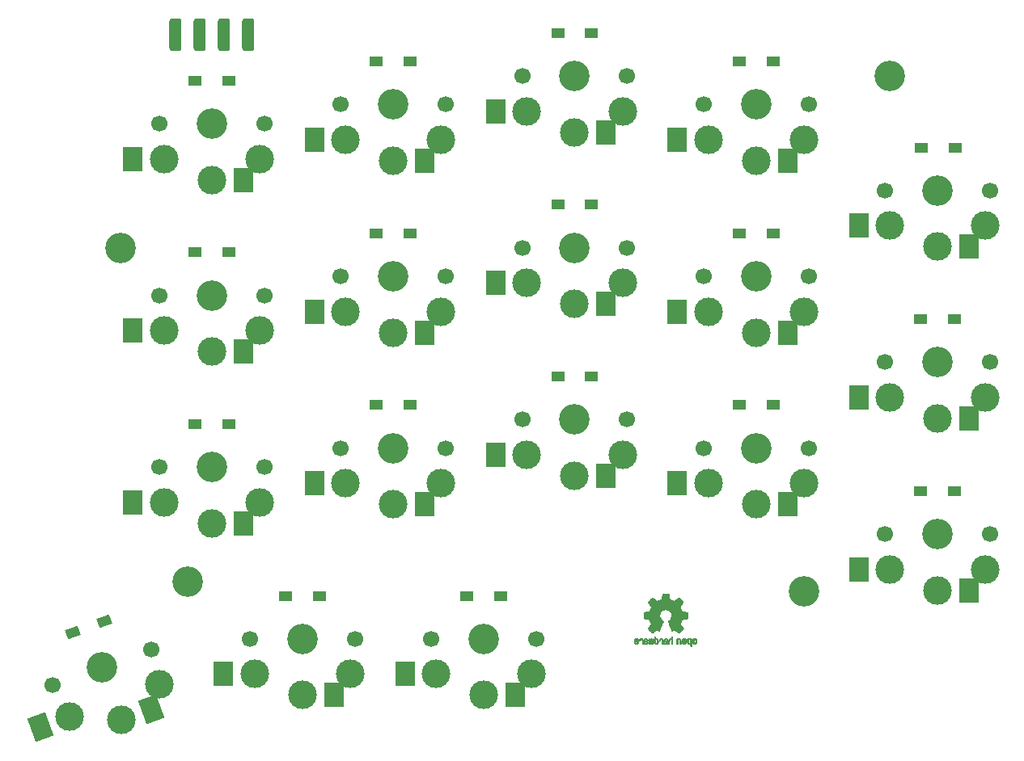
<source format=gbs>
%TF.GenerationSoftware,KiCad,Pcbnew,(7.0.0-0)*%
%TF.CreationDate,2023-03-13T10:37:30+08:00*%
%TF.ProjectId,Input,496e7075-742e-46b6-9963-61645f706362,1*%
%TF.SameCoordinates,PX7bfa480PY6052340*%
%TF.FileFunction,Soldermask,Bot*%
%TF.FilePolarity,Negative*%
%FSLAX46Y46*%
G04 Gerber Fmt 4.6, Leading zero omitted, Abs format (unit mm)*
G04 Created by KiCad (PCBNEW (7.0.0-0)) date 2023-03-13 10:37:30*
%MOMM*%
%LPD*%
G01*
G04 APERTURE LIST*
G04 Aperture macros list*
%AMRoundRect*
0 Rectangle with rounded corners*
0 $1 Rounding radius*
0 $2 $3 $4 $5 $6 $7 $8 $9 X,Y pos of 4 corners*
0 Add a 4 corners polygon primitive as box body*
4,1,4,$2,$3,$4,$5,$6,$7,$8,$9,$2,$3,0*
0 Add four circle primitives for the rounded corners*
1,1,$1+$1,$2,$3*
1,1,$1+$1,$4,$5*
1,1,$1+$1,$6,$7*
1,1,$1+$1,$8,$9*
0 Add four rect primitives between the rounded corners*
20,1,$1+$1,$2,$3,$4,$5,0*
20,1,$1+$1,$4,$5,$6,$7,0*
20,1,$1+$1,$6,$7,$8,$9,0*
20,1,$1+$1,$8,$9,$2,$3,0*%
%AMRotRect*
0 Rectangle, with rotation*
0 The origin of the aperture is its center*
0 $1 length*
0 $2 width*
0 $3 Rotation angle, in degrees counterclockwise*
0 Add horizontal line*
21,1,$1,$2,0,0,$3*%
G04 Aperture macros list end*
%ADD10C,0.010000*%
%ADD11C,3.000000*%
%ADD12C,3.200000*%
%ADD13RoundRect,0.317500X0.317500X1.397000X-0.317500X1.397000X-0.317500X-1.397000X0.317500X-1.397000X0*%
%ADD14C,1.700000*%
%ADD15R,2.000000X2.600000*%
%ADD16R,1.400000X1.000000*%
%ADD17RotRect,2.000000X2.600000X20.000000*%
%ADD18RotRect,1.400000X1.000000X200.000000*%
G04 APERTURE END LIST*
%TO.C,REF\u002A\u002A*%
G36*
X44982829Y-35951097D02*
G01*
X45042753Y-35973355D01*
X45067673Y-35990080D01*
X45092910Y-36014043D01*
X45110912Y-36044526D01*
X45122858Y-36086023D01*
X45129930Y-36143032D01*
X45133308Y-36220047D01*
X45134171Y-36321565D01*
X45134002Y-36374027D01*
X45133153Y-36445715D01*
X45131711Y-36502925D01*
X45129814Y-36540809D01*
X45127597Y-36554514D01*
X45113172Y-36549981D01*
X45084054Y-36537670D01*
X45083181Y-36537272D01*
X45068060Y-36529356D01*
X45057891Y-36518495D01*
X45051691Y-36499471D01*
X45048478Y-36467069D01*
X45047270Y-36416071D01*
X45047086Y-36341261D01*
X45046714Y-36293804D01*
X45042750Y-36204615D01*
X45033673Y-36139287D01*
X45018524Y-36094393D01*
X44996345Y-36066507D01*
X44966175Y-36052203D01*
X44961990Y-36051206D01*
X44905480Y-36050427D01*
X44861410Y-36075744D01*
X44830972Y-36126502D01*
X44825544Y-36141175D01*
X44813171Y-36173649D01*
X44806905Y-36188572D01*
X44794036Y-36186516D01*
X44765933Y-36175357D01*
X44739721Y-36156927D01*
X44727771Y-36122098D01*
X44731336Y-36097151D01*
X44753235Y-36046547D01*
X44788644Y-35999128D01*
X44830052Y-35966334D01*
X44847400Y-35958752D01*
X44913089Y-35946076D01*
X44982829Y-35951097D01*
G37*
D10*
X44982829Y-35951097D02*
X45042753Y-35973355D01*
X45067673Y-35990080D01*
X45092910Y-36014043D01*
X45110912Y-36044526D01*
X45122858Y-36086023D01*
X45129930Y-36143032D01*
X45133308Y-36220047D01*
X45134171Y-36321565D01*
X45134002Y-36374027D01*
X45133153Y-36445715D01*
X45131711Y-36502925D01*
X45129814Y-36540809D01*
X45127597Y-36554514D01*
X45113172Y-36549981D01*
X45084054Y-36537670D01*
X45083181Y-36537272D01*
X45068060Y-36529356D01*
X45057891Y-36518495D01*
X45051691Y-36499471D01*
X45048478Y-36467069D01*
X45047270Y-36416071D01*
X45047086Y-36341261D01*
X45046714Y-36293804D01*
X45042750Y-36204615D01*
X45033673Y-36139287D01*
X45018524Y-36094393D01*
X44996345Y-36066507D01*
X44966175Y-36052203D01*
X44961990Y-36051206D01*
X44905480Y-36050427D01*
X44861410Y-36075744D01*
X44830972Y-36126502D01*
X44825544Y-36141175D01*
X44813171Y-36173649D01*
X44806905Y-36188572D01*
X44794036Y-36186516D01*
X44765933Y-36175357D01*
X44739721Y-36156927D01*
X44727771Y-36122098D01*
X44731336Y-36097151D01*
X44753235Y-36046547D01*
X44788644Y-35999128D01*
X44830052Y-35966334D01*
X44847400Y-35958752D01*
X44913089Y-35946076D01*
X44982829Y-35951097D01*
G36*
X48931020Y-35917822D02*
G01*
X48998810Y-35949680D01*
X49054366Y-36004770D01*
X49065881Y-36022016D01*
X49075432Y-36041562D01*
X49082206Y-36066198D01*
X49086819Y-36100711D01*
X49089888Y-36149889D01*
X49092029Y-36218519D01*
X49093859Y-36311389D01*
X49098404Y-36569007D01*
X49060225Y-36554491D01*
X49025268Y-36541156D01*
X48999097Y-36528323D01*
X48982013Y-36511780D01*
X48972086Y-36486465D01*
X48967386Y-36447316D01*
X48965982Y-36389268D01*
X48965943Y-36307261D01*
X48965744Y-36241895D01*
X48964559Y-36179173D01*
X48961729Y-36136334D01*
X48956609Y-36108220D01*
X48948553Y-36089675D01*
X48936914Y-36075543D01*
X48908303Y-36055600D01*
X48860239Y-36048083D01*
X48812688Y-36067079D01*
X48809550Y-36069511D01*
X48799769Y-36080748D01*
X48792553Y-36098770D01*
X48787299Y-36128026D01*
X48783402Y-36172962D01*
X48780256Y-36238028D01*
X48777257Y-36327670D01*
X48770000Y-36567697D01*
X48708314Y-36540044D01*
X48646629Y-36512391D01*
X48646629Y-36293246D01*
X48646884Y-36233711D01*
X48649086Y-36150892D01*
X48654661Y-36089227D01*
X48664941Y-36043748D01*
X48681258Y-36009484D01*
X48704943Y-35981466D01*
X48737328Y-35954723D01*
X48783907Y-35927780D01*
X48857287Y-35910191D01*
X48931020Y-35917822D01*
G37*
X48931020Y-35917822D02*
X48998810Y-35949680D01*
X49054366Y-36004770D01*
X49065881Y-36022016D01*
X49075432Y-36041562D01*
X49082206Y-36066198D01*
X49086819Y-36100711D01*
X49089888Y-36149889D01*
X49092029Y-36218519D01*
X49093859Y-36311389D01*
X49098404Y-36569007D01*
X49060225Y-36554491D01*
X49025268Y-36541156D01*
X48999097Y-36528323D01*
X48982013Y-36511780D01*
X48972086Y-36486465D01*
X48967386Y-36447316D01*
X48965982Y-36389268D01*
X48965943Y-36307261D01*
X48965744Y-36241895D01*
X48964559Y-36179173D01*
X48961729Y-36136334D01*
X48956609Y-36108220D01*
X48948553Y-36089675D01*
X48936914Y-36075543D01*
X48908303Y-36055600D01*
X48860239Y-36048083D01*
X48812688Y-36067079D01*
X48809550Y-36069511D01*
X48799769Y-36080748D01*
X48792553Y-36098770D01*
X48787299Y-36128026D01*
X48783402Y-36172962D01*
X48780256Y-36238028D01*
X48777257Y-36327670D01*
X48770000Y-36567697D01*
X48708314Y-36540044D01*
X48646629Y-36512391D01*
X48646629Y-36293246D01*
X48646884Y-36233711D01*
X48649086Y-36150892D01*
X48654661Y-36089227D01*
X48664941Y-36043748D01*
X48681258Y-36009484D01*
X48704943Y-35981466D01*
X48737328Y-35954723D01*
X48783907Y-35927780D01*
X48857287Y-35910191D01*
X48931020Y-35917822D01*
G36*
X47107691Y-35966467D02*
G01*
X47112273Y-35969003D01*
X47149704Y-35998057D01*
X47183170Y-36035410D01*
X47189007Y-36043852D01*
X47200165Y-36063553D01*
X47208136Y-36086935D01*
X47213618Y-36119067D01*
X47217307Y-36165019D01*
X47219899Y-36229859D01*
X47222092Y-36318657D01*
X47222402Y-36333669D01*
X47223400Y-36430999D01*
X47221994Y-36499934D01*
X47218164Y-36540948D01*
X47211889Y-36554514D01*
X47192898Y-36550452D01*
X47160638Y-36538144D01*
X47153041Y-36534545D01*
X47141176Y-36526398D01*
X47132994Y-36513004D01*
X47127643Y-36489608D01*
X47124269Y-36451455D01*
X47122019Y-36393790D01*
X47120040Y-36311857D01*
X47119498Y-36287907D01*
X47117403Y-36212266D01*
X47114683Y-36159328D01*
X47110515Y-36124075D01*
X47104079Y-36101487D01*
X47094550Y-36086544D01*
X47081106Y-36074227D01*
X47041305Y-36052634D01*
X46992341Y-36048476D01*
X46948529Y-36064999D01*
X46917008Y-36099210D01*
X46904914Y-36148114D01*
X46904578Y-36161407D01*
X46897972Y-36185472D01*
X46878470Y-36189144D01*
X46840283Y-36174813D01*
X46831438Y-36170217D01*
X46807534Y-36143186D01*
X46807061Y-36102994D01*
X46829836Y-36047409D01*
X46850727Y-36017117D01*
X46904142Y-35974084D01*
X46970074Y-35949755D01*
X47040574Y-35946443D01*
X47107691Y-35966467D01*
G37*
X47107691Y-35966467D02*
X47112273Y-35969003D01*
X47149704Y-35998057D01*
X47183170Y-36035410D01*
X47189007Y-36043852D01*
X47200165Y-36063553D01*
X47208136Y-36086935D01*
X47213618Y-36119067D01*
X47217307Y-36165019D01*
X47219899Y-36229859D01*
X47222092Y-36318657D01*
X47222402Y-36333669D01*
X47223400Y-36430999D01*
X47221994Y-36499934D01*
X47218164Y-36540948D01*
X47211889Y-36554514D01*
X47192898Y-36550452D01*
X47160638Y-36538144D01*
X47153041Y-36534545D01*
X47141176Y-36526398D01*
X47132994Y-36513004D01*
X47127643Y-36489608D01*
X47124269Y-36451455D01*
X47122019Y-36393790D01*
X47120040Y-36311857D01*
X47119498Y-36287907D01*
X47117403Y-36212266D01*
X47114683Y-36159328D01*
X47110515Y-36124075D01*
X47104079Y-36101487D01*
X47094550Y-36086544D01*
X47081106Y-36074227D01*
X47041305Y-36052634D01*
X46992341Y-36048476D01*
X46948529Y-36064999D01*
X46917008Y-36099210D01*
X46904914Y-36148114D01*
X46904578Y-36161407D01*
X46897972Y-36185472D01*
X46878470Y-36189144D01*
X46840283Y-36174813D01*
X46831438Y-36170217D01*
X46807534Y-36143186D01*
X46807061Y-36102994D01*
X46829836Y-36047409D01*
X46850727Y-36017117D01*
X46904142Y-35974084D01*
X46970074Y-35949755D01*
X47040574Y-35946443D01*
X47107691Y-35966467D01*
G36*
X48178543Y-35749444D02*
G01*
X48225714Y-35769342D01*
X48225714Y-36166509D01*
X48225519Y-36269498D01*
X48224998Y-36362141D01*
X48224199Y-36440700D01*
X48223172Y-36501439D01*
X48221963Y-36540623D01*
X48220623Y-36554514D01*
X48220099Y-36554468D01*
X48202287Y-36549420D01*
X48169823Y-36538580D01*
X48124114Y-36522646D01*
X48124114Y-36318173D01*
X48123824Y-36237832D01*
X48122474Y-36179562D01*
X48119369Y-36139909D01*
X48113812Y-36113618D01*
X48105107Y-36095436D01*
X48092556Y-36080107D01*
X48083999Y-36071955D01*
X48037728Y-36049375D01*
X47986728Y-36051375D01*
X47939993Y-36078073D01*
X47933189Y-36084698D01*
X47922293Y-36098456D01*
X47914836Y-36116642D01*
X47910169Y-36144177D01*
X47907642Y-36185981D01*
X47906602Y-36246973D01*
X47906400Y-36332073D01*
X47906303Y-36375234D01*
X47905674Y-36446224D01*
X47904556Y-36503076D01*
X47903063Y-36540828D01*
X47901309Y-36554514D01*
X47900785Y-36554468D01*
X47882973Y-36549420D01*
X47850509Y-36538580D01*
X47804800Y-36522646D01*
X47804823Y-36317237D01*
X47804857Y-36298951D01*
X47806778Y-36203626D01*
X47812678Y-36131543D01*
X47824001Y-36077813D01*
X47842187Y-36037549D01*
X47868679Y-36005861D01*
X47904918Y-35977861D01*
X47940263Y-35960333D01*
X47996773Y-35946785D01*
X48052356Y-35946015D01*
X48095086Y-35959195D01*
X48098298Y-35961015D01*
X48108205Y-35960820D01*
X48114975Y-35945572D01*
X48119861Y-35910613D01*
X48124114Y-35851289D01*
X48131371Y-35729547D01*
X48178543Y-35749444D01*
G37*
X48178543Y-35749444D02*
X48225714Y-35769342D01*
X48225714Y-36166509D01*
X48225519Y-36269498D01*
X48224998Y-36362141D01*
X48224199Y-36440700D01*
X48223172Y-36501439D01*
X48221963Y-36540623D01*
X48220623Y-36554514D01*
X48220099Y-36554468D01*
X48202287Y-36549420D01*
X48169823Y-36538580D01*
X48124114Y-36522646D01*
X48124114Y-36318173D01*
X48123824Y-36237832D01*
X48122474Y-36179562D01*
X48119369Y-36139909D01*
X48113812Y-36113618D01*
X48105107Y-36095436D01*
X48092556Y-36080107D01*
X48083999Y-36071955D01*
X48037728Y-36049375D01*
X47986728Y-36051375D01*
X47939993Y-36078073D01*
X47933189Y-36084698D01*
X47922293Y-36098456D01*
X47914836Y-36116642D01*
X47910169Y-36144177D01*
X47907642Y-36185981D01*
X47906602Y-36246973D01*
X47906400Y-36332073D01*
X47906303Y-36375234D01*
X47905674Y-36446224D01*
X47904556Y-36503076D01*
X47903063Y-36540828D01*
X47901309Y-36554514D01*
X47900785Y-36554468D01*
X47882973Y-36549420D01*
X47850509Y-36538580D01*
X47804800Y-36522646D01*
X47804823Y-36317237D01*
X47804857Y-36298951D01*
X47806778Y-36203626D01*
X47812678Y-36131543D01*
X47824001Y-36077813D01*
X47842187Y-36037549D01*
X47868679Y-36005861D01*
X47904918Y-35977861D01*
X47940263Y-35960333D01*
X47996773Y-35946785D01*
X48052356Y-35946015D01*
X48095086Y-35959195D01*
X48098298Y-35961015D01*
X48108205Y-35960820D01*
X48114975Y-35945572D01*
X48119861Y-35910613D01*
X48124114Y-35851289D01*
X48131371Y-35729547D01*
X48178543Y-35749444D01*
G36*
X46153941Y-35949282D02*
G01*
X46185774Y-35961758D01*
X46222743Y-35978602D01*
X46222743Y-36465196D01*
X46176812Y-36511127D01*
X46166320Y-36521427D01*
X46137255Y-36544320D01*
X46107943Y-36551735D01*
X46064326Y-36548321D01*
X46046568Y-36546114D01*
X46000767Y-36541445D01*
X45968743Y-36539585D01*
X45959244Y-36539869D01*
X45920274Y-36542948D01*
X45873160Y-36548321D01*
X45858085Y-36550168D01*
X45820110Y-36550893D01*
X45792325Y-36539429D01*
X45760674Y-36511127D01*
X45714743Y-36465196D01*
X45714743Y-36205055D01*
X45715101Y-36128180D01*
X45716216Y-36054886D01*
X45717952Y-35996850D01*
X45720167Y-35958663D01*
X45722721Y-35944914D01*
X45723256Y-35944951D01*
X45741808Y-35951793D01*
X45773153Y-35966868D01*
X45815608Y-35988822D01*
X45819604Y-36217240D01*
X45823600Y-36445657D01*
X45910686Y-36445657D01*
X45914657Y-36195286D01*
X45915916Y-36127227D01*
X45917718Y-36054482D01*
X45919671Y-35996730D01*
X45921612Y-35958648D01*
X45923377Y-35944914D01*
X45923885Y-35944962D01*
X45941482Y-35950015D01*
X45973834Y-35960849D01*
X46019543Y-35976783D01*
X46019765Y-36196706D01*
X46019988Y-36234909D01*
X46021531Y-36309146D01*
X46024292Y-36371145D01*
X46027977Y-36415308D01*
X46032292Y-36436041D01*
X46047732Y-36447131D01*
X46079241Y-36450556D01*
X46113886Y-36445657D01*
X46117857Y-36195286D01*
X46119278Y-36131663D01*
X46122225Y-36056356D01*
X46126079Y-35997286D01*
X46130542Y-35958718D01*
X46135317Y-35944914D01*
X46153941Y-35949282D01*
G37*
X46153941Y-35949282D02*
X46185774Y-35961758D01*
X46222743Y-35978602D01*
X46222743Y-36465196D01*
X46176812Y-36511127D01*
X46166320Y-36521427D01*
X46137255Y-36544320D01*
X46107943Y-36551735D01*
X46064326Y-36548321D01*
X46046568Y-36546114D01*
X46000767Y-36541445D01*
X45968743Y-36539585D01*
X45959244Y-36539869D01*
X45920274Y-36542948D01*
X45873160Y-36548321D01*
X45858085Y-36550168D01*
X45820110Y-36550893D01*
X45792325Y-36539429D01*
X45760674Y-36511127D01*
X45714743Y-36465196D01*
X45714743Y-36205055D01*
X45715101Y-36128180D01*
X45716216Y-36054886D01*
X45717952Y-35996850D01*
X45720167Y-35958663D01*
X45722721Y-35944914D01*
X45723256Y-35944951D01*
X45741808Y-35951793D01*
X45773153Y-35966868D01*
X45815608Y-35988822D01*
X45819604Y-36217240D01*
X45823600Y-36445657D01*
X45910686Y-36445657D01*
X45914657Y-36195286D01*
X45915916Y-36127227D01*
X45917718Y-36054482D01*
X45919671Y-35996730D01*
X45921612Y-35958648D01*
X45923377Y-35944914D01*
X45923885Y-35944962D01*
X45941482Y-35950015D01*
X45973834Y-35960849D01*
X46019543Y-35976783D01*
X46019765Y-36196706D01*
X46019988Y-36234909D01*
X46021531Y-36309146D01*
X46024292Y-36371145D01*
X46027977Y-36415308D01*
X46032292Y-36436041D01*
X46047732Y-36447131D01*
X46079241Y-36450556D01*
X46113886Y-36445657D01*
X46117857Y-36195286D01*
X46119278Y-36131663D01*
X46122225Y-36056356D01*
X46126079Y-35997286D01*
X46130542Y-35958718D01*
X46135317Y-35944914D01*
X46153941Y-35949282D01*
G36*
X50765678Y-36230192D02*
G01*
X50765714Y-36235200D01*
X50765701Y-36250935D01*
X50764914Y-36321119D01*
X50762210Y-36370022D01*
X50756606Y-36404178D01*
X50747119Y-36430124D01*
X50732768Y-36454397D01*
X50729237Y-36459433D01*
X50691878Y-36499143D01*
X50649311Y-36529092D01*
X50627452Y-36538810D01*
X50548908Y-36555020D01*
X50471231Y-36544535D01*
X50399645Y-36508707D01*
X50339374Y-36448887D01*
X50334286Y-36440873D01*
X50317730Y-36394342D01*
X50306573Y-36329552D01*
X50301160Y-36254727D01*
X50301768Y-36185513D01*
X50448248Y-36185513D01*
X50449402Y-36281399D01*
X50449866Y-36287569D01*
X50456629Y-36340478D01*
X50468671Y-36374029D01*
X50489005Y-36397016D01*
X50523097Y-36418548D01*
X50556814Y-36419680D01*
X50591543Y-36394857D01*
X50597584Y-36388325D01*
X50609417Y-36368779D01*
X50616404Y-36340386D01*
X50619727Y-36296430D01*
X50620571Y-36230192D01*
X50619125Y-36168150D01*
X50611907Y-36109042D01*
X50597006Y-36071686D01*
X50572636Y-36052152D01*
X50537008Y-36046514D01*
X50523440Y-36047635D01*
X50485430Y-36068194D01*
X50460312Y-36114299D01*
X50448248Y-36185513D01*
X50301768Y-36185513D01*
X50301833Y-36178096D01*
X50308937Y-36107882D01*
X50322815Y-36052312D01*
X50340649Y-36015301D01*
X50390855Y-35957733D01*
X50458885Y-35921962D01*
X50542158Y-35909665D01*
X50564398Y-35910331D01*
X50629891Y-35923947D01*
X50683687Y-35958249D01*
X50733057Y-36017338D01*
X50735995Y-36021722D01*
X50749287Y-36045299D01*
X50757932Y-36071949D01*
X50762904Y-36108159D01*
X50765174Y-36160413D01*
X50765678Y-36230192D01*
G37*
X50765678Y-36230192D02*
X50765714Y-36235200D01*
X50765701Y-36250935D01*
X50764914Y-36321119D01*
X50762210Y-36370022D01*
X50756606Y-36404178D01*
X50747119Y-36430124D01*
X50732768Y-36454397D01*
X50729237Y-36459433D01*
X50691878Y-36499143D01*
X50649311Y-36529092D01*
X50627452Y-36538810D01*
X50548908Y-36555020D01*
X50471231Y-36544535D01*
X50399645Y-36508707D01*
X50339374Y-36448887D01*
X50334286Y-36440873D01*
X50317730Y-36394342D01*
X50306573Y-36329552D01*
X50301160Y-36254727D01*
X50301768Y-36185513D01*
X50448248Y-36185513D01*
X50449402Y-36281399D01*
X50449866Y-36287569D01*
X50456629Y-36340478D01*
X50468671Y-36374029D01*
X50489005Y-36397016D01*
X50523097Y-36418548D01*
X50556814Y-36419680D01*
X50591543Y-36394857D01*
X50597584Y-36388325D01*
X50609417Y-36368779D01*
X50616404Y-36340386D01*
X50619727Y-36296430D01*
X50620571Y-36230192D01*
X50619125Y-36168150D01*
X50611907Y-36109042D01*
X50597006Y-36071686D01*
X50572636Y-36052152D01*
X50537008Y-36046514D01*
X50523440Y-36047635D01*
X50485430Y-36068194D01*
X50460312Y-36114299D01*
X50448248Y-36185513D01*
X50301768Y-36185513D01*
X50301833Y-36178096D01*
X50308937Y-36107882D01*
X50322815Y-36052312D01*
X50340649Y-36015301D01*
X50390855Y-35957733D01*
X50458885Y-35921962D01*
X50542158Y-35909665D01*
X50564398Y-35910331D01*
X50629891Y-35923947D01*
X50683687Y-35958249D01*
X50733057Y-36017338D01*
X50735995Y-36021722D01*
X50749287Y-36045299D01*
X50757932Y-36071949D01*
X50762904Y-36108159D01*
X50765174Y-36160413D01*
X50765678Y-36230192D01*
G36*
X44639628Y-36206247D02*
G01*
X44640590Y-36252622D01*
X44640307Y-36291305D01*
X44636762Y-36367521D01*
X44627483Y-36423294D01*
X44610375Y-36464613D01*
X44583344Y-36497467D01*
X44544292Y-36527846D01*
X44519445Y-36541660D01*
X44479615Y-36550965D01*
X44423665Y-36550230D01*
X44392385Y-36547283D01*
X44354653Y-36538283D01*
X44324494Y-36518720D01*
X44289408Y-36482267D01*
X44284720Y-36476943D01*
X44253177Y-36435969D01*
X44238128Y-36400283D01*
X44234286Y-36357966D01*
X44234286Y-36295779D01*
X44277742Y-36312182D01*
X44309424Y-36331356D01*
X44336962Y-36376347D01*
X44342711Y-36390752D01*
X44374855Y-36431546D01*
X44418611Y-36452081D01*
X44466254Y-36450235D01*
X44510057Y-36423886D01*
X44525111Y-36407455D01*
X44538763Y-36382667D01*
X44534493Y-36360144D01*
X44509916Y-36336964D01*
X44462651Y-36310202D01*
X44390314Y-36276934D01*
X44241543Y-36211816D01*
X44237595Y-36147308D01*
X44239079Y-36106220D01*
X44336010Y-36106220D01*
X44343368Y-36131657D01*
X44376848Y-36158814D01*
X44437614Y-36189714D01*
X44447669Y-36194190D01*
X44495751Y-36215017D01*
X44531726Y-36229665D01*
X44548444Y-36235200D01*
X44550977Y-36231126D01*
X44551993Y-36206247D01*
X44548369Y-36166257D01*
X44539242Y-36127152D01*
X44510773Y-36077884D01*
X44469678Y-36050122D01*
X44420590Y-36046364D01*
X44368144Y-36069109D01*
X44353609Y-36080481D01*
X44336010Y-36106220D01*
X44239079Y-36106220D01*
X44239338Y-36099064D01*
X44261281Y-36038096D01*
X44288979Y-36004497D01*
X44346405Y-35966966D01*
X44414527Y-35948006D01*
X44484947Y-35949507D01*
X44549267Y-35973355D01*
X44563426Y-35982513D01*
X44595904Y-36010849D01*
X44618116Y-36046695D01*
X44631804Y-36095384D01*
X44638715Y-36162249D01*
X44639628Y-36206247D01*
G37*
X44639628Y-36206247D02*
X44640590Y-36252622D01*
X44640307Y-36291305D01*
X44636762Y-36367521D01*
X44627483Y-36423294D01*
X44610375Y-36464613D01*
X44583344Y-36497467D01*
X44544292Y-36527846D01*
X44519445Y-36541660D01*
X44479615Y-36550965D01*
X44423665Y-36550230D01*
X44392385Y-36547283D01*
X44354653Y-36538283D01*
X44324494Y-36518720D01*
X44289408Y-36482267D01*
X44284720Y-36476943D01*
X44253177Y-36435969D01*
X44238128Y-36400283D01*
X44234286Y-36357966D01*
X44234286Y-36295779D01*
X44277742Y-36312182D01*
X44309424Y-36331356D01*
X44336962Y-36376347D01*
X44342711Y-36390752D01*
X44374855Y-36431546D01*
X44418611Y-36452081D01*
X44466254Y-36450235D01*
X44510057Y-36423886D01*
X44525111Y-36407455D01*
X44538763Y-36382667D01*
X44534493Y-36360144D01*
X44509916Y-36336964D01*
X44462651Y-36310202D01*
X44390314Y-36276934D01*
X44241543Y-36211816D01*
X44237595Y-36147308D01*
X44239079Y-36106220D01*
X44336010Y-36106220D01*
X44343368Y-36131657D01*
X44376848Y-36158814D01*
X44437614Y-36189714D01*
X44447669Y-36194190D01*
X44495751Y-36215017D01*
X44531726Y-36229665D01*
X44548444Y-36235200D01*
X44550977Y-36231126D01*
X44551993Y-36206247D01*
X44548369Y-36166257D01*
X44539242Y-36127152D01*
X44510773Y-36077884D01*
X44469678Y-36050122D01*
X44420590Y-36046364D01*
X44368144Y-36069109D01*
X44353609Y-36080481D01*
X44336010Y-36106220D01*
X44239079Y-36106220D01*
X44239338Y-36099064D01*
X44261281Y-36038096D01*
X44288979Y-36004497D01*
X44346405Y-35966966D01*
X44414527Y-35948006D01*
X44484947Y-35949507D01*
X44549267Y-35973355D01*
X44563426Y-35982513D01*
X44595904Y-36010849D01*
X44618116Y-36046695D01*
X44631804Y-36095384D01*
X44638715Y-36162249D01*
X44639628Y-36206247D01*
G36*
X46730542Y-36245647D02*
G01*
X46730698Y-36249714D01*
X46729537Y-36306313D01*
X46721345Y-36383462D01*
X46703519Y-36441276D01*
X46673975Y-36485422D01*
X46630625Y-36521568D01*
X46589332Y-36542463D01*
X46519987Y-36554090D01*
X46450736Y-36541377D01*
X46388145Y-36505945D01*
X46338779Y-36449418D01*
X46332818Y-36438995D01*
X46324945Y-36420733D01*
X46319106Y-36397429D01*
X46314999Y-36365085D01*
X46312325Y-36319704D01*
X46310781Y-36257287D01*
X46310734Y-36251748D01*
X46411429Y-36251748D01*
X46411772Y-36304577D01*
X46413942Y-36352362D01*
X46419307Y-36383209D01*
X46429217Y-36403935D01*
X46445021Y-36421356D01*
X46448724Y-36424705D01*
X46496299Y-36449419D01*
X46546635Y-36446890D01*
X46593517Y-36417288D01*
X46607477Y-36401953D01*
X46619160Y-36381622D01*
X46625686Y-36353514D01*
X46628524Y-36310550D01*
X46629143Y-36245647D01*
X46628837Y-36196122D01*
X46626722Y-36147782D01*
X46621390Y-36116587D01*
X46611460Y-36095647D01*
X46595550Y-36078073D01*
X46586204Y-36070159D01*
X46537776Y-36048843D01*
X46487040Y-36052198D01*
X46442987Y-36080107D01*
X46433504Y-36091173D01*
X46421939Y-36112009D01*
X46415252Y-36141106D01*
X46412173Y-36185381D01*
X46411429Y-36251748D01*
X46310734Y-36251748D01*
X46310067Y-36173837D01*
X46309883Y-36065358D01*
X46309829Y-35728601D01*
X46357000Y-35748362D01*
X46369472Y-35753770D01*
X46389324Y-35765985D01*
X46400687Y-35784482D01*
X46406933Y-35816829D01*
X46411429Y-35870593D01*
X46415535Y-35918866D01*
X46420963Y-35950557D01*
X46428739Y-35962383D01*
X46440457Y-35959212D01*
X46470318Y-35948067D01*
X46523684Y-35945304D01*
X46581093Y-35955625D01*
X46630625Y-35977861D01*
X46657876Y-35998443D01*
X46692865Y-36038600D01*
X46715274Y-36090086D01*
X46727190Y-36158568D01*
X46730542Y-36245647D01*
G37*
X46730542Y-36245647D02*
X46730698Y-36249714D01*
X46729537Y-36306313D01*
X46721345Y-36383462D01*
X46703519Y-36441276D01*
X46673975Y-36485422D01*
X46630625Y-36521568D01*
X46589332Y-36542463D01*
X46519987Y-36554090D01*
X46450736Y-36541377D01*
X46388145Y-36505945D01*
X46338779Y-36449418D01*
X46332818Y-36438995D01*
X46324945Y-36420733D01*
X46319106Y-36397429D01*
X46314999Y-36365085D01*
X46312325Y-36319704D01*
X46310781Y-36257287D01*
X46310734Y-36251748D01*
X46411429Y-36251748D01*
X46411772Y-36304577D01*
X46413942Y-36352362D01*
X46419307Y-36383209D01*
X46429217Y-36403935D01*
X46445021Y-36421356D01*
X46448724Y-36424705D01*
X46496299Y-36449419D01*
X46546635Y-36446890D01*
X46593517Y-36417288D01*
X46607477Y-36401953D01*
X46619160Y-36381622D01*
X46625686Y-36353514D01*
X46628524Y-36310550D01*
X46629143Y-36245647D01*
X46628837Y-36196122D01*
X46626722Y-36147782D01*
X46621390Y-36116587D01*
X46611460Y-36095647D01*
X46595550Y-36078073D01*
X46586204Y-36070159D01*
X46537776Y-36048843D01*
X46487040Y-36052198D01*
X46442987Y-36080107D01*
X46433504Y-36091173D01*
X46421939Y-36112009D01*
X46415252Y-36141106D01*
X46412173Y-36185381D01*
X46411429Y-36251748D01*
X46310734Y-36251748D01*
X46310067Y-36173837D01*
X46309883Y-36065358D01*
X46309829Y-35728601D01*
X46357000Y-35748362D01*
X46369472Y-35753770D01*
X46389324Y-35765985D01*
X46400687Y-35784482D01*
X46406933Y-35816829D01*
X46411429Y-35870593D01*
X46415535Y-35918866D01*
X46420963Y-35950557D01*
X46428739Y-35962383D01*
X46440457Y-35959212D01*
X46470318Y-35948067D01*
X46523684Y-35945304D01*
X46581093Y-35955625D01*
X46630625Y-35977861D01*
X46657876Y-35998443D01*
X46692865Y-36038600D01*
X46715274Y-36090086D01*
X46727190Y-36158568D01*
X46730542Y-36245647D01*
G36*
X49656767Y-36142748D02*
G01*
X49662299Y-36194055D01*
X49657684Y-36304078D01*
X49655078Y-36327387D01*
X49635660Y-36410352D01*
X49600573Y-36473448D01*
X49547212Y-36521808D01*
X49544196Y-36523804D01*
X49476362Y-36552185D01*
X49405535Y-36554711D01*
X49337289Y-36533097D01*
X49277196Y-36489062D01*
X49230829Y-36424322D01*
X49230050Y-36422761D01*
X49214643Y-36382558D01*
X49203357Y-36336866D01*
X49197370Y-36293972D01*
X49197861Y-36262160D01*
X49206007Y-36249714D01*
X49213244Y-36250471D01*
X49247851Y-36264235D01*
X49287078Y-36289546D01*
X49320448Y-36318845D01*
X49337483Y-36344572D01*
X49355192Y-36379471D01*
X49391485Y-36411212D01*
X49433630Y-36423886D01*
X49449077Y-36420221D01*
X49479569Y-36401774D01*
X49506128Y-36376166D01*
X49517486Y-36352934D01*
X49517482Y-36352848D01*
X49504596Y-36342179D01*
X49470241Y-36322933D01*
X49419593Y-36297813D01*
X49357829Y-36269524D01*
X49357489Y-36269374D01*
X49290388Y-36239498D01*
X49245411Y-36217973D01*
X49218145Y-36201437D01*
X49204178Y-36186531D01*
X49199097Y-36169893D01*
X49198490Y-36148162D01*
X49202712Y-36107013D01*
X49346000Y-36107013D01*
X49360791Y-36119949D01*
X49397644Y-36139333D01*
X49398725Y-36139881D01*
X49442205Y-36160587D01*
X49481102Y-36177105D01*
X49505778Y-36184093D01*
X49515676Y-36174753D01*
X49517486Y-36142748D01*
X49509966Y-36102915D01*
X49483897Y-36066717D01*
X49446154Y-36047950D01*
X49404077Y-36049845D01*
X49365005Y-36075632D01*
X49349647Y-36093451D01*
X49346000Y-36107013D01*
X49202712Y-36107013D01*
X49203833Y-36096086D01*
X49230251Y-36025335D01*
X49274473Y-35969735D01*
X49331697Y-35931239D01*
X49397120Y-35911797D01*
X49465937Y-35913359D01*
X49533347Y-35937878D01*
X49594544Y-35987302D01*
X49628450Y-36036212D01*
X49652806Y-36106027D01*
X49656767Y-36142748D01*
G37*
X49656767Y-36142748D02*
X49662299Y-36194055D01*
X49657684Y-36304078D01*
X49655078Y-36327387D01*
X49635660Y-36410352D01*
X49600573Y-36473448D01*
X49547212Y-36521808D01*
X49544196Y-36523804D01*
X49476362Y-36552185D01*
X49405535Y-36554711D01*
X49337289Y-36533097D01*
X49277196Y-36489062D01*
X49230829Y-36424322D01*
X49230050Y-36422761D01*
X49214643Y-36382558D01*
X49203357Y-36336866D01*
X49197370Y-36293972D01*
X49197861Y-36262160D01*
X49206007Y-36249714D01*
X49213244Y-36250471D01*
X49247851Y-36264235D01*
X49287078Y-36289546D01*
X49320448Y-36318845D01*
X49337483Y-36344572D01*
X49355192Y-36379471D01*
X49391485Y-36411212D01*
X49433630Y-36423886D01*
X49449077Y-36420221D01*
X49479569Y-36401774D01*
X49506128Y-36376166D01*
X49517486Y-36352934D01*
X49517482Y-36352848D01*
X49504596Y-36342179D01*
X49470241Y-36322933D01*
X49419593Y-36297813D01*
X49357829Y-36269524D01*
X49357489Y-36269374D01*
X49290388Y-36239498D01*
X49245411Y-36217973D01*
X49218145Y-36201437D01*
X49204178Y-36186531D01*
X49199097Y-36169893D01*
X49198490Y-36148162D01*
X49202712Y-36107013D01*
X49346000Y-36107013D01*
X49360791Y-36119949D01*
X49397644Y-36139333D01*
X49398725Y-36139881D01*
X49442205Y-36160587D01*
X49481102Y-36177105D01*
X49505778Y-36184093D01*
X49515676Y-36174753D01*
X49517486Y-36142748D01*
X49509966Y-36102915D01*
X49483897Y-36066717D01*
X49446154Y-36047950D01*
X49404077Y-36049845D01*
X49365005Y-36075632D01*
X49349647Y-36093451D01*
X49346000Y-36107013D01*
X49202712Y-36107013D01*
X49203833Y-36096086D01*
X49230251Y-36025335D01*
X49274473Y-35969735D01*
X49331697Y-35931239D01*
X49397120Y-35911797D01*
X49465937Y-35913359D01*
X49533347Y-35937878D01*
X49594544Y-35987302D01*
X49628450Y-36036212D01*
X49652806Y-36106027D01*
X49656767Y-36142748D01*
G36*
X47589483Y-35960569D02*
G01*
X47639376Y-35989661D01*
X47661325Y-36012327D01*
X47703504Y-36080082D01*
X47717714Y-36153950D01*
X47717714Y-36204770D01*
X47670999Y-36185128D01*
X47638692Y-36165308D01*
X47613231Y-36124160D01*
X47610616Y-36115675D01*
X47582478Y-36072451D01*
X47540067Y-36049103D01*
X47491370Y-36048100D01*
X47444373Y-36071914D01*
X47437357Y-36078056D01*
X47413893Y-36104745D01*
X47410019Y-36128014D01*
X47427768Y-36150862D01*
X47469179Y-36176287D01*
X47536286Y-36207288D01*
X47540824Y-36209252D01*
X47615322Y-36243990D01*
X47666203Y-36274763D01*
X47697525Y-36305488D01*
X47713343Y-36340082D01*
X47717714Y-36382462D01*
X47711986Y-36429446D01*
X47683062Y-36489585D01*
X47632178Y-36532788D01*
X47595374Y-36545759D01*
X47543434Y-36552856D01*
X47492999Y-36551340D01*
X47456983Y-36540632D01*
X47453158Y-36537966D01*
X47442998Y-36519337D01*
X47450048Y-36486505D01*
X47462297Y-36460735D01*
X47481939Y-36450006D01*
X47519191Y-36450539D01*
X47570908Y-36447462D01*
X47604701Y-36426212D01*
X47616114Y-36386877D01*
X47616104Y-36385747D01*
X47609187Y-36362913D01*
X47585659Y-36341963D01*
X47539914Y-36317815D01*
X47477704Y-36288741D01*
X47436499Y-36272925D01*
X47412712Y-36273944D01*
X47401597Y-36294837D01*
X47398408Y-36338641D01*
X47398400Y-36408393D01*
X47398044Y-36451452D01*
X47396413Y-36504626D01*
X47393761Y-36541022D01*
X47390422Y-36554514D01*
X47389530Y-36554423D01*
X47370237Y-36547110D01*
X47338284Y-36531678D01*
X47294124Y-36508842D01*
X47299371Y-36303078D01*
X47299736Y-36289432D01*
X47303904Y-36193651D01*
X47311268Y-36121462D01*
X47323330Y-36068058D01*
X47341593Y-36028633D01*
X47367560Y-35998380D01*
X47402733Y-35972493D01*
X47403384Y-35972087D01*
X47460256Y-35950968D01*
X47526033Y-35947400D01*
X47589483Y-35960569D01*
G37*
X47589483Y-35960569D02*
X47639376Y-35989661D01*
X47661325Y-36012327D01*
X47703504Y-36080082D01*
X47717714Y-36153950D01*
X47717714Y-36204770D01*
X47670999Y-36185128D01*
X47638692Y-36165308D01*
X47613231Y-36124160D01*
X47610616Y-36115675D01*
X47582478Y-36072451D01*
X47540067Y-36049103D01*
X47491370Y-36048100D01*
X47444373Y-36071914D01*
X47437357Y-36078056D01*
X47413893Y-36104745D01*
X47410019Y-36128014D01*
X47427768Y-36150862D01*
X47469179Y-36176287D01*
X47536286Y-36207288D01*
X47540824Y-36209252D01*
X47615322Y-36243990D01*
X47666203Y-36274763D01*
X47697525Y-36305488D01*
X47713343Y-36340082D01*
X47717714Y-36382462D01*
X47711986Y-36429446D01*
X47683062Y-36489585D01*
X47632178Y-36532788D01*
X47595374Y-36545759D01*
X47543434Y-36552856D01*
X47492999Y-36551340D01*
X47456983Y-36540632D01*
X47453158Y-36537966D01*
X47442998Y-36519337D01*
X47450048Y-36486505D01*
X47462297Y-36460735D01*
X47481939Y-36450006D01*
X47519191Y-36450539D01*
X47570908Y-36447462D01*
X47604701Y-36426212D01*
X47616114Y-36386877D01*
X47616104Y-36385747D01*
X47609187Y-36362913D01*
X47585659Y-36341963D01*
X47539914Y-36317815D01*
X47477704Y-36288741D01*
X47436499Y-36272925D01*
X47412712Y-36273944D01*
X47401597Y-36294837D01*
X47398408Y-36338641D01*
X47398400Y-36408393D01*
X47398044Y-36451452D01*
X47396413Y-36504626D01*
X47393761Y-36541022D01*
X47390422Y-36554514D01*
X47389530Y-36554423D01*
X47370237Y-36547110D01*
X47338284Y-36531678D01*
X47294124Y-36508842D01*
X47299371Y-36303078D01*
X47299736Y-36289432D01*
X47303904Y-36193651D01*
X47311268Y-36121462D01*
X47323330Y-36068058D01*
X47341593Y-36028633D01*
X47367560Y-35998380D01*
X47402733Y-35972493D01*
X47403384Y-35972087D01*
X47460256Y-35950968D01*
X47526033Y-35947400D01*
X47589483Y-35960569D01*
G36*
X50208528Y-36228603D02*
G01*
X50209815Y-36301524D01*
X50211252Y-36413000D01*
X50211651Y-36445339D01*
X50212929Y-36553455D01*
X50213185Y-36636186D01*
X50211634Y-36696426D01*
X50207490Y-36737073D01*
X50199964Y-36761023D01*
X50188271Y-36771171D01*
X50171624Y-36770414D01*
X50149236Y-36761648D01*
X50120321Y-36747769D01*
X50114142Y-36744808D01*
X50088413Y-36730311D01*
X50074976Y-36713065D01*
X50069834Y-36684308D01*
X50068990Y-36635283D01*
X50068952Y-36547257D01*
X49978276Y-36547257D01*
X49922498Y-36544815D01*
X49878640Y-36534908D01*
X49842218Y-36514886D01*
X49839503Y-36512929D01*
X49802546Y-36479869D01*
X49776826Y-36439931D01*
X49760606Y-36387657D01*
X49752148Y-36317588D01*
X49750083Y-36238430D01*
X49894857Y-36238430D01*
X49894882Y-36251697D01*
X49896261Y-36311584D01*
X49900687Y-36350732D01*
X49909461Y-36376153D01*
X49923886Y-36394857D01*
X49924784Y-36395750D01*
X49960237Y-36419952D01*
X49994596Y-36417567D01*
X50033403Y-36388260D01*
X50042895Y-36378244D01*
X50056876Y-36357708D01*
X50064760Y-36330997D01*
X50068245Y-36290499D01*
X50069029Y-36228603D01*
X50068350Y-36191130D01*
X50060983Y-36122980D01*
X50044168Y-36078330D01*
X50016234Y-36053926D01*
X49975509Y-36046514D01*
X49958350Y-36048094D01*
X49928660Y-36063766D01*
X49909031Y-36098691D01*
X49898188Y-36155901D01*
X49894857Y-36238430D01*
X49750083Y-36238430D01*
X49749714Y-36224267D01*
X49750253Y-36156169D01*
X49752707Y-36104587D01*
X49758158Y-36068816D01*
X49767686Y-36042015D01*
X49782371Y-36017338D01*
X49795852Y-35998480D01*
X49844799Y-35947568D01*
X49900256Y-35919918D01*
X49969928Y-35911165D01*
X50049664Y-35919890D01*
X50118595Y-35951185D01*
X50173113Y-36006381D01*
X50177223Y-36012224D01*
X50186808Y-36027753D01*
X50194151Y-36045498D01*
X50199612Y-36069290D01*
X50203550Y-36102958D01*
X50206323Y-36150333D01*
X50208292Y-36215245D01*
X50208528Y-36228603D01*
G37*
X50208528Y-36228603D02*
X50209815Y-36301524D01*
X50211252Y-36413000D01*
X50211651Y-36445339D01*
X50212929Y-36553455D01*
X50213185Y-36636186D01*
X50211634Y-36696426D01*
X50207490Y-36737073D01*
X50199964Y-36761023D01*
X50188271Y-36771171D01*
X50171624Y-36770414D01*
X50149236Y-36761648D01*
X50120321Y-36747769D01*
X50114142Y-36744808D01*
X50088413Y-36730311D01*
X50074976Y-36713065D01*
X50069834Y-36684308D01*
X50068990Y-36635283D01*
X50068952Y-36547257D01*
X49978276Y-36547257D01*
X49922498Y-36544815D01*
X49878640Y-36534908D01*
X49842218Y-36514886D01*
X49839503Y-36512929D01*
X49802546Y-36479869D01*
X49776826Y-36439931D01*
X49760606Y-36387657D01*
X49752148Y-36317588D01*
X49750083Y-36238430D01*
X49894857Y-36238430D01*
X49894882Y-36251697D01*
X49896261Y-36311584D01*
X49900687Y-36350732D01*
X49909461Y-36376153D01*
X49923886Y-36394857D01*
X49924784Y-36395750D01*
X49960237Y-36419952D01*
X49994596Y-36417567D01*
X50033403Y-36388260D01*
X50042895Y-36378244D01*
X50056876Y-36357708D01*
X50064760Y-36330997D01*
X50068245Y-36290499D01*
X50069029Y-36228603D01*
X50068350Y-36191130D01*
X50060983Y-36122980D01*
X50044168Y-36078330D01*
X50016234Y-36053926D01*
X49975509Y-36046514D01*
X49958350Y-36048094D01*
X49928660Y-36063766D01*
X49909031Y-36098691D01*
X49898188Y-36155901D01*
X49894857Y-36238430D01*
X49750083Y-36238430D01*
X49749714Y-36224267D01*
X49750253Y-36156169D01*
X49752707Y-36104587D01*
X49758158Y-36068816D01*
X49767686Y-36042015D01*
X49782371Y-36017338D01*
X49795852Y-35998480D01*
X49844799Y-35947568D01*
X49900256Y-35919918D01*
X49969928Y-35911165D01*
X50049664Y-35919890D01*
X50118595Y-35951185D01*
X50173113Y-36006381D01*
X50177223Y-36012224D01*
X50186808Y-36027753D01*
X50194151Y-36045498D01*
X50199612Y-36069290D01*
X50203550Y-36102958D01*
X50206323Y-36150333D01*
X50208292Y-36215245D01*
X50208528Y-36228603D01*
G36*
X45467495Y-35946220D02*
G01*
X45498599Y-35954121D01*
X45527559Y-35973817D01*
X45564831Y-36010484D01*
X45588801Y-36036378D01*
X45613770Y-36069997D01*
X45625031Y-36101506D01*
X45627657Y-36141485D01*
X45627657Y-36206917D01*
X45583035Y-36183842D01*
X45547673Y-36155724D01*
X45523451Y-36117848D01*
X45519291Y-36107551D01*
X45487594Y-36067637D01*
X45443554Y-36047624D01*
X45395531Y-36049572D01*
X45351886Y-36075543D01*
X45333420Y-36096635D01*
X45322663Y-36123619D01*
X45334178Y-36147634D01*
X45369981Y-36171791D01*
X45432090Y-36199199D01*
X45441515Y-36202985D01*
X45498058Y-36227759D01*
X45546580Y-36252189D01*
X45577451Y-36271486D01*
X45608371Y-36305953D01*
X45628927Y-36360957D01*
X45626744Y-36419983D01*
X45602424Y-36475845D01*
X45556568Y-36521355D01*
X45519438Y-36540727D01*
X45447711Y-36554292D01*
X45407852Y-36552462D01*
X45370953Y-36542568D01*
X45356797Y-36521806D01*
X45362091Y-36487613D01*
X45363631Y-36483092D01*
X45375842Y-36459116D01*
X45396174Y-36450042D01*
X45434908Y-36450649D01*
X45462257Y-36451474D01*
X45494257Y-36444392D01*
X45516182Y-36423219D01*
X45528670Y-36397152D01*
X45530062Y-36369845D01*
X45529998Y-36369685D01*
X45513807Y-36354930D01*
X45479155Y-36333457D01*
X45434321Y-36309458D01*
X45387582Y-36287125D01*
X45347217Y-36270652D01*
X45321504Y-36264229D01*
X45317679Y-36270518D01*
X45312864Y-36300115D01*
X45309566Y-36348447D01*
X45308343Y-36409372D01*
X45308058Y-36451542D01*
X45306718Y-36504653D01*
X45304528Y-36541025D01*
X45301769Y-36554514D01*
X45287344Y-36549981D01*
X45258226Y-36537670D01*
X45221257Y-36520826D01*
X45221257Y-36304721D01*
X45221493Y-36249327D01*
X45223729Y-36165207D01*
X45229423Y-36102800D01*
X45239903Y-36057358D01*
X45256497Y-36024133D01*
X45280531Y-35998378D01*
X45313333Y-35975344D01*
X45355124Y-35956335D01*
X45432287Y-35944914D01*
X45467495Y-35946220D01*
G37*
X45467495Y-35946220D02*
X45498599Y-35954121D01*
X45527559Y-35973817D01*
X45564831Y-36010484D01*
X45588801Y-36036378D01*
X45613770Y-36069997D01*
X45625031Y-36101506D01*
X45627657Y-36141485D01*
X45627657Y-36206917D01*
X45583035Y-36183842D01*
X45547673Y-36155724D01*
X45523451Y-36117848D01*
X45519291Y-36107551D01*
X45487594Y-36067637D01*
X45443554Y-36047624D01*
X45395531Y-36049572D01*
X45351886Y-36075543D01*
X45333420Y-36096635D01*
X45322663Y-36123619D01*
X45334178Y-36147634D01*
X45369981Y-36171791D01*
X45432090Y-36199199D01*
X45441515Y-36202985D01*
X45498058Y-36227759D01*
X45546580Y-36252189D01*
X45577451Y-36271486D01*
X45608371Y-36305953D01*
X45628927Y-36360957D01*
X45626744Y-36419983D01*
X45602424Y-36475845D01*
X45556568Y-36521355D01*
X45519438Y-36540727D01*
X45447711Y-36554292D01*
X45407852Y-36552462D01*
X45370953Y-36542568D01*
X45356797Y-36521806D01*
X45362091Y-36487613D01*
X45363631Y-36483092D01*
X45375842Y-36459116D01*
X45396174Y-36450042D01*
X45434908Y-36450649D01*
X45462257Y-36451474D01*
X45494257Y-36444392D01*
X45516182Y-36423219D01*
X45528670Y-36397152D01*
X45530062Y-36369845D01*
X45529998Y-36369685D01*
X45513807Y-36354930D01*
X45479155Y-36333457D01*
X45434321Y-36309458D01*
X45387582Y-36287125D01*
X45347217Y-36270652D01*
X45321504Y-36264229D01*
X45317679Y-36270518D01*
X45312864Y-36300115D01*
X45309566Y-36348447D01*
X45308343Y-36409372D01*
X45308058Y-36451542D01*
X45306718Y-36504653D01*
X45304528Y-36541025D01*
X45301769Y-36554514D01*
X45287344Y-36549981D01*
X45258226Y-36537670D01*
X45221257Y-36520826D01*
X45221257Y-36304721D01*
X45221493Y-36249327D01*
X45223729Y-36165207D01*
X45229423Y-36102800D01*
X45239903Y-36057358D01*
X45256497Y-36024133D01*
X45280531Y-35998378D01*
X45313333Y-35975344D01*
X45355124Y-35956335D01*
X45432287Y-35944914D01*
X45467495Y-35946220D01*
G36*
X47613933Y-31242371D02*
G01*
X47689856Y-31242865D01*
X47744491Y-31244135D01*
X47781500Y-31246547D01*
X47804547Y-31250467D01*
X47817296Y-31256262D01*
X47823411Y-31264299D01*
X47826556Y-31274943D01*
X47826646Y-31275325D01*
X47831814Y-31300347D01*
X47841209Y-31348681D01*
X47853867Y-31415260D01*
X47868825Y-31495014D01*
X47885119Y-31582875D01*
X47886448Y-31590064D01*
X47902691Y-31675340D01*
X47917805Y-31750242D01*
X47930808Y-31810219D01*
X47940715Y-31850717D01*
X47946544Y-31867184D01*
X47946575Y-31867210D01*
X47964943Y-31876320D01*
X48002640Y-31891457D01*
X48051543Y-31909358D01*
X48054297Y-31910330D01*
X48116817Y-31933959D01*
X48189543Y-31963595D01*
X48257294Y-31993062D01*
X48368703Y-32043626D01*
X48615399Y-31875160D01*
X48632775Y-31863311D01*
X48707202Y-31812947D01*
X48773614Y-31768612D01*
X48828039Y-31732916D01*
X48866506Y-31708471D01*
X48885042Y-31697889D01*
X48897743Y-31700315D01*
X48926579Y-31719110D01*
X48971143Y-31756330D01*
X49032670Y-31813020D01*
X49112398Y-31890227D01*
X49119532Y-31897255D01*
X49182796Y-31960222D01*
X49238990Y-32017268D01*
X49284677Y-32064817D01*
X49316414Y-32099297D01*
X49330764Y-32117131D01*
X49330810Y-32117217D01*
X49332633Y-32130795D01*
X49325910Y-32152820D01*
X49308946Y-32186304D01*
X49280044Y-32234261D01*
X49237508Y-32299704D01*
X49179644Y-32385645D01*
X49169783Y-32400151D01*
X49119913Y-32473635D01*
X49075905Y-32538687D01*
X49040380Y-32591417D01*
X49015959Y-32627936D01*
X49005264Y-32644356D01*
X49004458Y-32647834D01*
X49009518Y-32673785D01*
X49024677Y-32716159D01*
X49047463Y-32767728D01*
X49078429Y-32835170D01*
X49113004Y-32915195D01*
X49142366Y-32987629D01*
X49149645Y-33006377D01*
X49168710Y-33054246D01*
X49182715Y-33087596D01*
X49189041Y-33100114D01*
X49196025Y-33101050D01*
X49227413Y-33106461D01*
X49278787Y-33115806D01*
X49344802Y-33128069D01*
X49420113Y-33142232D01*
X49499375Y-33157280D01*
X49577243Y-33172195D01*
X49648370Y-33185961D01*
X49707412Y-33197562D01*
X49749022Y-33205980D01*
X49767857Y-33210199D01*
X49770980Y-33211389D01*
X49778591Y-33217805D01*
X49784254Y-33231465D01*
X49788251Y-33255999D01*
X49790866Y-33295038D01*
X49792384Y-33352213D01*
X49793086Y-33431154D01*
X49793257Y-33535492D01*
X49793257Y-33852799D01*
X49717057Y-33867839D01*
X49707840Y-33869642D01*
X49658891Y-33878980D01*
X49591205Y-33891669D01*
X49512478Y-33906273D01*
X49430400Y-33921355D01*
X49398078Y-33927422D01*
X49325855Y-33942181D01*
X49265666Y-33956137D01*
X49223040Y-33967952D01*
X49203510Y-33976287D01*
X49194660Y-33989905D01*
X49178548Y-34025938D01*
X49162065Y-34072572D01*
X49156263Y-34090034D01*
X49134906Y-34147358D01*
X49107359Y-34215201D01*
X49078107Y-34282355D01*
X49062463Y-34317430D01*
X49040174Y-34369822D01*
X49024857Y-34409058D01*
X49019162Y-34428563D01*
X49019478Y-34430036D01*
X49030281Y-34450729D01*
X49054638Y-34490665D01*
X49090081Y-34545972D01*
X49134136Y-34612781D01*
X49184332Y-34687220D01*
X49349501Y-34929623D01*
X49132503Y-35146983D01*
X49111516Y-35167899D01*
X49047342Y-35230505D01*
X48989990Y-35284495D01*
X48942820Y-35326826D01*
X48909192Y-35354457D01*
X48892467Y-35364343D01*
X48874303Y-35356821D01*
X48836265Y-35335227D01*
X48782726Y-35302151D01*
X48717884Y-35260191D01*
X48645940Y-35211943D01*
X48575275Y-35164291D01*
X48511526Y-35122328D01*
X48459513Y-35089165D01*
X48423279Y-35067378D01*
X48406867Y-35059543D01*
X48405905Y-35059614D01*
X48384103Y-35067338D01*
X48345440Y-35085323D01*
X48297612Y-35110013D01*
X48297110Y-35110284D01*
X48233587Y-35142099D01*
X48190060Y-35157642D01*
X48163052Y-35157685D01*
X48149090Y-35143000D01*
X48143180Y-35128544D01*
X48127229Y-35089831D01*
X48102660Y-35030316D01*
X48070779Y-34953165D01*
X48032893Y-34861541D01*
X47990310Y-34758607D01*
X47944337Y-34647526D01*
X47902667Y-34546472D01*
X47860268Y-34442780D01*
X47822756Y-34350119D01*
X47791388Y-34271642D01*
X47767425Y-34210500D01*
X47752123Y-34169843D01*
X47746743Y-34152825D01*
X47757018Y-34137219D01*
X47785563Y-34111162D01*
X47825971Y-34080887D01*
X47922979Y-34001684D01*
X48009793Y-33900475D01*
X48073322Y-33789116D01*
X48113177Y-33670893D01*
X48128965Y-33549095D01*
X48120296Y-33427010D01*
X48086778Y-33307925D01*
X48028021Y-33195129D01*
X47943632Y-33091911D01*
X47899631Y-33051713D01*
X47794211Y-32980638D01*
X47681410Y-32934301D01*
X47564525Y-32911599D01*
X47446853Y-32911428D01*
X47331690Y-32932687D01*
X47222335Y-32974270D01*
X47122083Y-33035076D01*
X47034233Y-33114001D01*
X46962080Y-33209941D01*
X46908922Y-33321795D01*
X46878057Y-33448457D01*
X46872392Y-33509507D01*
X46880185Y-33641776D01*
X46915284Y-33767266D01*
X46976649Y-33883759D01*
X47063243Y-33989039D01*
X47174029Y-34080887D01*
X47212931Y-34109930D01*
X47242104Y-34136272D01*
X47253257Y-34152800D01*
X47248810Y-34167209D01*
X47234378Y-34205815D01*
X47211173Y-34265201D01*
X47180452Y-34342215D01*
X47143474Y-34433703D01*
X47101496Y-34536516D01*
X47055778Y-34647502D01*
X47014178Y-34748072D01*
X46971222Y-34851947D01*
X46932829Y-34944819D01*
X46900305Y-35023525D01*
X46874958Y-35084899D01*
X46858095Y-35125779D01*
X46851025Y-35143000D01*
X46850943Y-35143204D01*
X46836798Y-35157745D01*
X46809659Y-35157579D01*
X46766023Y-35141927D01*
X46702388Y-35110013D01*
X46697379Y-35107326D01*
X46650125Y-35083150D01*
X46612811Y-35066037D01*
X46593133Y-35059543D01*
X46577005Y-35067218D01*
X46540959Y-35088871D01*
X46489092Y-35121928D01*
X46425445Y-35163810D01*
X46354060Y-35211943D01*
X46283724Y-35259131D01*
X46218670Y-35301267D01*
X46164820Y-35334578D01*
X46126374Y-35356469D01*
X46107534Y-35364343D01*
X46104325Y-35363343D01*
X46081954Y-35347584D01*
X46043733Y-35315033D01*
X45993021Y-35268733D01*
X45933181Y-35211726D01*
X45867571Y-35147058D01*
X45650648Y-34929772D01*
X45819601Y-34681253D01*
X45988553Y-34432733D01*
X45937183Y-34321595D01*
X45937031Y-34321266D01*
X45906183Y-34250418D01*
X45874661Y-34171523D01*
X45849266Y-34101600D01*
X45845423Y-34090322D01*
X45826047Y-34037967D01*
X45808574Y-33997283D01*
X45796388Y-33976287D01*
X45791426Y-33973322D01*
X45761634Y-33963375D01*
X45711047Y-33950505D01*
X45645194Y-33936053D01*
X45569600Y-33921355D01*
X45546957Y-33917210D01*
X45465038Y-33902116D01*
X45388600Y-33887899D01*
X45325337Y-33875995D01*
X45282943Y-33867839D01*
X45206743Y-33852799D01*
X45206743Y-33535492D01*
X45206760Y-33496476D01*
X45207082Y-33401292D01*
X45208033Y-33330255D01*
X45209896Y-33279734D01*
X45212955Y-33246098D01*
X45217494Y-33225718D01*
X45223795Y-33214962D01*
X45232143Y-33210199D01*
X45240224Y-33208270D01*
X45273172Y-33201445D01*
X45325736Y-33191022D01*
X45392569Y-33178018D01*
X45468328Y-33163449D01*
X45547665Y-33148333D01*
X45625237Y-33133685D01*
X45695698Y-33120523D01*
X45753702Y-33109863D01*
X45793904Y-33102721D01*
X45810959Y-33100114D01*
X45812112Y-33098541D01*
X45821385Y-33078119D01*
X45837432Y-33039045D01*
X45857635Y-32987629D01*
X45885672Y-32918353D01*
X45920186Y-32838290D01*
X45952538Y-32767728D01*
X45959952Y-32751889D01*
X45980755Y-32702293D01*
X45993219Y-32664038D01*
X45994863Y-32644356D01*
X45994015Y-32642962D01*
X45980548Y-32622420D01*
X45953850Y-32582516D01*
X45916539Y-32527140D01*
X45871234Y-32460177D01*
X45820552Y-32385517D01*
X45763445Y-32300692D01*
X45720607Y-32234800D01*
X45691460Y-32186478D01*
X45674317Y-32152733D01*
X45667495Y-32130572D01*
X45669306Y-32117002D01*
X45669915Y-32115984D01*
X45686297Y-32096210D01*
X45719695Y-32060175D01*
X45766671Y-32011451D01*
X45823786Y-31953612D01*
X45887603Y-31890227D01*
X45953802Y-31825905D01*
X46018648Y-31765447D01*
X46066299Y-31724655D01*
X46097990Y-31702484D01*
X46114958Y-31697889D01*
X46117175Y-31698921D01*
X46140524Y-31712837D01*
X46182912Y-31740030D01*
X46240369Y-31777889D01*
X46308923Y-31823803D01*
X46384601Y-31875160D01*
X46631298Y-32043626D01*
X46742706Y-31993062D01*
X46745943Y-31991597D01*
X46814343Y-31961965D01*
X46886907Y-31932493D01*
X46948457Y-31909358D01*
X46948729Y-31909262D01*
X46997595Y-31891367D01*
X47035212Y-31876253D01*
X47053457Y-31867184D01*
X47053752Y-31866855D01*
X47059946Y-31848282D01*
X47070139Y-31806045D01*
X47083348Y-31744696D01*
X47098590Y-31668789D01*
X47114881Y-31582875D01*
X47115449Y-31579796D01*
X47131713Y-31492128D01*
X47146608Y-31412741D01*
X47159171Y-31346701D01*
X47168438Y-31299079D01*
X47173444Y-31274943D01*
X47173764Y-31273605D01*
X47177060Y-31263273D01*
X47183738Y-31255506D01*
X47197462Y-31249940D01*
X47221895Y-31246207D01*
X47260702Y-31243942D01*
X47317546Y-31242778D01*
X47396090Y-31242348D01*
X47500000Y-31242286D01*
X47513056Y-31242286D01*
X47613933Y-31242371D01*
G37*
X47613933Y-31242371D02*
X47689856Y-31242865D01*
X47744491Y-31244135D01*
X47781500Y-31246547D01*
X47804547Y-31250467D01*
X47817296Y-31256262D01*
X47823411Y-31264299D01*
X47826556Y-31274943D01*
X47826646Y-31275325D01*
X47831814Y-31300347D01*
X47841209Y-31348681D01*
X47853867Y-31415260D01*
X47868825Y-31495014D01*
X47885119Y-31582875D01*
X47886448Y-31590064D01*
X47902691Y-31675340D01*
X47917805Y-31750242D01*
X47930808Y-31810219D01*
X47940715Y-31850717D01*
X47946544Y-31867184D01*
X47946575Y-31867210D01*
X47964943Y-31876320D01*
X48002640Y-31891457D01*
X48051543Y-31909358D01*
X48054297Y-31910330D01*
X48116817Y-31933959D01*
X48189543Y-31963595D01*
X48257294Y-31993062D01*
X48368703Y-32043626D01*
X48615399Y-31875160D01*
X48632775Y-31863311D01*
X48707202Y-31812947D01*
X48773614Y-31768612D01*
X48828039Y-31732916D01*
X48866506Y-31708471D01*
X48885042Y-31697889D01*
X48897743Y-31700315D01*
X48926579Y-31719110D01*
X48971143Y-31756330D01*
X49032670Y-31813020D01*
X49112398Y-31890227D01*
X49119532Y-31897255D01*
X49182796Y-31960222D01*
X49238990Y-32017268D01*
X49284677Y-32064817D01*
X49316414Y-32099297D01*
X49330764Y-32117131D01*
X49330810Y-32117217D01*
X49332633Y-32130795D01*
X49325910Y-32152820D01*
X49308946Y-32186304D01*
X49280044Y-32234261D01*
X49237508Y-32299704D01*
X49179644Y-32385645D01*
X49169783Y-32400151D01*
X49119913Y-32473635D01*
X49075905Y-32538687D01*
X49040380Y-32591417D01*
X49015959Y-32627936D01*
X49005264Y-32644356D01*
X49004458Y-32647834D01*
X49009518Y-32673785D01*
X49024677Y-32716159D01*
X49047463Y-32767728D01*
X49078429Y-32835170D01*
X49113004Y-32915195D01*
X49142366Y-32987629D01*
X49149645Y-33006377D01*
X49168710Y-33054246D01*
X49182715Y-33087596D01*
X49189041Y-33100114D01*
X49196025Y-33101050D01*
X49227413Y-33106461D01*
X49278787Y-33115806D01*
X49344802Y-33128069D01*
X49420113Y-33142232D01*
X49499375Y-33157280D01*
X49577243Y-33172195D01*
X49648370Y-33185961D01*
X49707412Y-33197562D01*
X49749022Y-33205980D01*
X49767857Y-33210199D01*
X49770980Y-33211389D01*
X49778591Y-33217805D01*
X49784254Y-33231465D01*
X49788251Y-33255999D01*
X49790866Y-33295038D01*
X49792384Y-33352213D01*
X49793086Y-33431154D01*
X49793257Y-33535492D01*
X49793257Y-33852799D01*
X49717057Y-33867839D01*
X49707840Y-33869642D01*
X49658891Y-33878980D01*
X49591205Y-33891669D01*
X49512478Y-33906273D01*
X49430400Y-33921355D01*
X49398078Y-33927422D01*
X49325855Y-33942181D01*
X49265666Y-33956137D01*
X49223040Y-33967952D01*
X49203510Y-33976287D01*
X49194660Y-33989905D01*
X49178548Y-34025938D01*
X49162065Y-34072572D01*
X49156263Y-34090034D01*
X49134906Y-34147358D01*
X49107359Y-34215201D01*
X49078107Y-34282355D01*
X49062463Y-34317430D01*
X49040174Y-34369822D01*
X49024857Y-34409058D01*
X49019162Y-34428563D01*
X49019478Y-34430036D01*
X49030281Y-34450729D01*
X49054638Y-34490665D01*
X49090081Y-34545972D01*
X49134136Y-34612781D01*
X49184332Y-34687220D01*
X49349501Y-34929623D01*
X49132503Y-35146983D01*
X49111516Y-35167899D01*
X49047342Y-35230505D01*
X48989990Y-35284495D01*
X48942820Y-35326826D01*
X48909192Y-35354457D01*
X48892467Y-35364343D01*
X48874303Y-35356821D01*
X48836265Y-35335227D01*
X48782726Y-35302151D01*
X48717884Y-35260191D01*
X48645940Y-35211943D01*
X48575275Y-35164291D01*
X48511526Y-35122328D01*
X48459513Y-35089165D01*
X48423279Y-35067378D01*
X48406867Y-35059543D01*
X48405905Y-35059614D01*
X48384103Y-35067338D01*
X48345440Y-35085323D01*
X48297612Y-35110013D01*
X48297110Y-35110284D01*
X48233587Y-35142099D01*
X48190060Y-35157642D01*
X48163052Y-35157685D01*
X48149090Y-35143000D01*
X48143180Y-35128544D01*
X48127229Y-35089831D01*
X48102660Y-35030316D01*
X48070779Y-34953165D01*
X48032893Y-34861541D01*
X47990310Y-34758607D01*
X47944337Y-34647526D01*
X47902667Y-34546472D01*
X47860268Y-34442780D01*
X47822756Y-34350119D01*
X47791388Y-34271642D01*
X47767425Y-34210500D01*
X47752123Y-34169843D01*
X47746743Y-34152825D01*
X47757018Y-34137219D01*
X47785563Y-34111162D01*
X47825971Y-34080887D01*
X47922979Y-34001684D01*
X48009793Y-33900475D01*
X48073322Y-33789116D01*
X48113177Y-33670893D01*
X48128965Y-33549095D01*
X48120296Y-33427010D01*
X48086778Y-33307925D01*
X48028021Y-33195129D01*
X47943632Y-33091911D01*
X47899631Y-33051713D01*
X47794211Y-32980638D01*
X47681410Y-32934301D01*
X47564525Y-32911599D01*
X47446853Y-32911428D01*
X47331690Y-32932687D01*
X47222335Y-32974270D01*
X47122083Y-33035076D01*
X47034233Y-33114001D01*
X46962080Y-33209941D01*
X46908922Y-33321795D01*
X46878057Y-33448457D01*
X46872392Y-33509507D01*
X46880185Y-33641776D01*
X46915284Y-33767266D01*
X46976649Y-33883759D01*
X47063243Y-33989039D01*
X47174029Y-34080887D01*
X47212931Y-34109930D01*
X47242104Y-34136272D01*
X47253257Y-34152800D01*
X47248810Y-34167209D01*
X47234378Y-34205815D01*
X47211173Y-34265201D01*
X47180452Y-34342215D01*
X47143474Y-34433703D01*
X47101496Y-34536516D01*
X47055778Y-34647502D01*
X47014178Y-34748072D01*
X46971222Y-34851947D01*
X46932829Y-34944819D01*
X46900305Y-35023525D01*
X46874958Y-35084899D01*
X46858095Y-35125779D01*
X46851025Y-35143000D01*
X46850943Y-35143204D01*
X46836798Y-35157745D01*
X46809659Y-35157579D01*
X46766023Y-35141927D01*
X46702388Y-35110013D01*
X46697379Y-35107326D01*
X46650125Y-35083150D01*
X46612811Y-35066037D01*
X46593133Y-35059543D01*
X46577005Y-35067218D01*
X46540959Y-35088871D01*
X46489092Y-35121928D01*
X46425445Y-35163810D01*
X46354060Y-35211943D01*
X46283724Y-35259131D01*
X46218670Y-35301267D01*
X46164820Y-35334578D01*
X46126374Y-35356469D01*
X46107534Y-35364343D01*
X46104325Y-35363343D01*
X46081954Y-35347584D01*
X46043733Y-35315033D01*
X45993021Y-35268733D01*
X45933181Y-35211726D01*
X45867571Y-35147058D01*
X45650648Y-34929772D01*
X45819601Y-34681253D01*
X45988553Y-34432733D01*
X45937183Y-34321595D01*
X45937031Y-34321266D01*
X45906183Y-34250418D01*
X45874661Y-34171523D01*
X45849266Y-34101600D01*
X45845423Y-34090322D01*
X45826047Y-34037967D01*
X45808574Y-33997283D01*
X45796388Y-33976287D01*
X45791426Y-33973322D01*
X45761634Y-33963375D01*
X45711047Y-33950505D01*
X45645194Y-33936053D01*
X45569600Y-33921355D01*
X45546957Y-33917210D01*
X45465038Y-33902116D01*
X45388600Y-33887899D01*
X45325337Y-33875995D01*
X45282943Y-33867839D01*
X45206743Y-33852799D01*
X45206743Y-33535492D01*
X45206760Y-33496476D01*
X45207082Y-33401292D01*
X45208033Y-33330255D01*
X45209896Y-33279734D01*
X45212955Y-33246098D01*
X45217494Y-33225718D01*
X45223795Y-33214962D01*
X45232143Y-33210199D01*
X45240224Y-33208270D01*
X45273172Y-33201445D01*
X45325736Y-33191022D01*
X45392569Y-33178018D01*
X45468328Y-33163449D01*
X45547665Y-33148333D01*
X45625237Y-33133685D01*
X45695698Y-33120523D01*
X45753702Y-33109863D01*
X45793904Y-33102721D01*
X45810959Y-33100114D01*
X45812112Y-33098541D01*
X45821385Y-33078119D01*
X45837432Y-33039045D01*
X45857635Y-32987629D01*
X45885672Y-32918353D01*
X45920186Y-32838290D01*
X45952538Y-32767728D01*
X45959952Y-32751889D01*
X45980755Y-32702293D01*
X45993219Y-32664038D01*
X45994863Y-32644356D01*
X45994015Y-32642962D01*
X45980548Y-32622420D01*
X45953850Y-32582516D01*
X45916539Y-32527140D01*
X45871234Y-32460177D01*
X45820552Y-32385517D01*
X45763445Y-32300692D01*
X45720607Y-32234800D01*
X45691460Y-32186478D01*
X45674317Y-32152733D01*
X45667495Y-32130572D01*
X45669306Y-32117002D01*
X45669915Y-32115984D01*
X45686297Y-32096210D01*
X45719695Y-32060175D01*
X45766671Y-32011451D01*
X45823786Y-31953612D01*
X45887603Y-31890227D01*
X45953802Y-31825905D01*
X46018648Y-31765447D01*
X46066299Y-31724655D01*
X46097990Y-31702484D01*
X46114958Y-31697889D01*
X46117175Y-31698921D01*
X46140524Y-31712837D01*
X46182912Y-31740030D01*
X46240369Y-31777889D01*
X46308923Y-31823803D01*
X46384601Y-31875160D01*
X46631298Y-32043626D01*
X46742706Y-31993062D01*
X46745943Y-31991597D01*
X46814343Y-31961965D01*
X46886907Y-31932493D01*
X46948457Y-31909358D01*
X46948729Y-31909262D01*
X46997595Y-31891367D01*
X47035212Y-31876253D01*
X47053457Y-31867184D01*
X47053752Y-31866855D01*
X47059946Y-31848282D01*
X47070139Y-31806045D01*
X47083348Y-31744696D01*
X47098590Y-31668789D01*
X47114881Y-31582875D01*
X47115449Y-31579796D01*
X47131713Y-31492128D01*
X47146608Y-31412741D01*
X47159171Y-31346701D01*
X47168438Y-31299079D01*
X47173444Y-31274943D01*
X47173764Y-31273605D01*
X47177060Y-31263273D01*
X47183738Y-31255506D01*
X47197462Y-31249940D01*
X47221895Y-31246207D01*
X47260702Y-31243942D01*
X47317546Y-31242778D01*
X47396090Y-31242348D01*
X47500000Y-31242286D01*
X47513056Y-31242286D01*
X47613933Y-31242371D01*
%TD*%
D11*
%TO.C,SW17*%
X24000000Y16300000D03*
%TD*%
D12*
%TO.C,H1*%
X-2500000Y-30000000D03*
%TD*%
D11*
%TO.C,SW29*%
X24000000Y-1700000D03*
%TD*%
%TO.C,SW15*%
X62000000Y16300000D03*
%TD*%
%TO.C,SW26*%
X81000000Y-10700000D03*
%TD*%
%TO.C,SW38*%
X81000000Y-28700000D03*
%TD*%
%TO.C,SW27*%
X62000000Y-1700000D03*
%TD*%
%TO.C,SW52*%
X33500000Y-39700000D03*
%TD*%
%TO.C,SW28*%
X43000000Y1300000D03*
%TD*%
%TO.C,SW42*%
X5000000Y-21700000D03*
%TD*%
%TO.C,SW14*%
X81000000Y7300000D03*
%TD*%
%TO.C,SW30*%
X5000000Y-3700000D03*
%TD*%
D12*
%TO.C,H2*%
X62000000Y-31000000D03*
%TD*%
%TO.C,H3*%
X71000000Y23000000D03*
%TD*%
D13*
%TO.C,J1*%
X-3810000Y27349000D03*
X-1270000Y27349000D03*
X1270000Y27349000D03*
X3810000Y27349000D03*
%TD*%
D11*
%TO.C,SW53*%
X14499996Y-39700000D03*
%TD*%
D12*
%TO.C,H4*%
X-9500000Y5000000D03*
%TD*%
D11*
%TO.C,SW18*%
X5000000Y14300000D03*
%TD*%
%TO.C,SW40*%
X43000000Y-16700000D03*
%TD*%
%TO.C,SW41*%
X24000000Y-19700000D03*
%TD*%
%TO.C,SW39*%
X62000000Y-19700000D03*
%TD*%
%TO.C,SW16*%
X43000000Y19300000D03*
%TD*%
%TO.C,SW54*%
X-5506062Y-40730762D03*
%TD*%
D14*
%TO.C,SW20*%
X24500000Y20000000D03*
D11*
X19000000Y14100000D03*
D12*
X19000000Y20000000D03*
D11*
X14000000Y16300000D03*
D14*
X13500000Y20000000D03*
D15*
X10744999Y16299999D03*
X22301999Y14099999D03*
%TD*%
D16*
%TO.C,D47*%
X77774999Y-20499999D03*
X74224999Y-20499999D03*
%TD*%
%TO.C,D32*%
X20774999Y6524999D03*
X17224999Y6524999D03*
%TD*%
D14*
%TO.C,SW22*%
X62500000Y20000000D03*
D11*
X57000000Y14100000D03*
D12*
X57000000Y20000000D03*
D11*
X52000000Y16300000D03*
D14*
X51500000Y20000000D03*
D15*
X48744999Y16299999D03*
X60301999Y14099999D03*
%TD*%
D16*
%TO.C,D21*%
X39774999Y27499999D03*
X36224999Y27499999D03*
%TD*%
%TO.C,D56*%
X11274999Y-31499999D03*
X7724999Y-31499999D03*
%TD*%
%TO.C,D57*%
X30274983Y-31499999D03*
X26724983Y-31499999D03*
%TD*%
D14*
%TO.C,SW44*%
X24500000Y-16000000D03*
D11*
X19000000Y-21900000D03*
D12*
X19000000Y-16000000D03*
D11*
X14000000Y-19700000D03*
D14*
X13500000Y-16000000D03*
D15*
X10744999Y-19699999D03*
X22301999Y-21899999D03*
%TD*%
D16*
%TO.C,D23*%
X77824999Y15499999D03*
X74274999Y15499999D03*
%TD*%
D14*
%TO.C,SW34*%
X62500000Y2000000D03*
D11*
X57000000Y-3900000D03*
D12*
X57000000Y2000000D03*
D11*
X52000000Y-1700000D03*
D14*
X51500000Y2000000D03*
D15*
X48744999Y-1699999D03*
X60301999Y-3899999D03*
%TD*%
D16*
%TO.C,D31*%
X1774997Y4499996D03*
X-1775001Y4499996D03*
%TD*%
D14*
%TO.C,SW55*%
X-6301691Y-37082889D03*
D11*
X-9452081Y-44508186D03*
D12*
X-11470000Y-38964000D03*
D11*
X-14902989Y-44150963D03*
D14*
X-16638309Y-40845111D03*
D17*
X-17961687Y-45264238D03*
X-6349215Y-43378835D03*
%TD*%
D16*
%TO.C,D46*%
X58774999Y-11499999D03*
X55224999Y-11499999D03*
%TD*%
D14*
%TO.C,SW21*%
X43500000Y23000000D03*
D11*
X38000000Y17100000D03*
D12*
X38000000Y23000000D03*
D11*
X33000000Y19300000D03*
D14*
X32500000Y23000000D03*
D15*
X29744999Y19299999D03*
X41301999Y17099999D03*
%TD*%
D14*
%TO.C,SW19*%
X5500000Y18000000D03*
D11*
X0Y12100000D03*
D12*
X0Y18000000D03*
D11*
X-5000000Y14300000D03*
D14*
X-5500000Y18000000D03*
D15*
X-8254999Y14299999D03*
X3301999Y12099999D03*
%TD*%
D16*
%TO.C,D44*%
X20774999Y-11499999D03*
X17224999Y-11499999D03*
%TD*%
D14*
%TO.C,SW45*%
X43500000Y-13000000D03*
D11*
X38000000Y-18900000D03*
D12*
X38000000Y-13000000D03*
D11*
X33000000Y-16700000D03*
D14*
X32500000Y-13000000D03*
D15*
X29744999Y-16699999D03*
X41301999Y-18899999D03*
%TD*%
D16*
%TO.C,D35*%
X77774999Y-2499999D03*
X74224999Y-2499999D03*
%TD*%
%TO.C,D43*%
X1774997Y-13500002D03*
X-1775001Y-13500002D03*
%TD*%
D14*
%TO.C,SW33*%
X43500000Y5000000D03*
D11*
X38000000Y-900000D03*
D12*
X38000000Y5000000D03*
D11*
X33000000Y1300000D03*
D14*
X32500000Y5000000D03*
D15*
X29744999Y1299999D03*
X41301999Y-899999D03*
%TD*%
D14*
%TO.C,SW47*%
X81500000Y-25000000D03*
D11*
X76000000Y-30900000D03*
D12*
X76000000Y-25000000D03*
D11*
X71000000Y-28700000D03*
D14*
X70500000Y-25000000D03*
D15*
X67744999Y-28699999D03*
X79301999Y-30899999D03*
%TD*%
D16*
%TO.C,D19*%
X1774999Y22499999D03*
X-1774999Y22499999D03*
%TD*%
D14*
%TO.C,SW32*%
X24500000Y2000000D03*
D11*
X19000000Y-3900000D03*
D12*
X19000000Y2000000D03*
D11*
X14000000Y-1700000D03*
D14*
X13500000Y2000000D03*
D15*
X10744999Y-1699999D03*
X22301999Y-3899999D03*
%TD*%
D14*
%TO.C,SW35*%
X81500000Y-7000000D03*
D11*
X76000000Y-12900000D03*
D12*
X76000000Y-7000000D03*
D11*
X71000000Y-10700000D03*
D14*
X70500000Y-7000000D03*
D15*
X67744999Y-10699999D03*
X79301999Y-12899999D03*
%TD*%
D14*
%TO.C,SW43*%
X5500000Y-18000000D03*
D11*
X0Y-23900000D03*
D12*
X0Y-18000000D03*
D11*
X-5000000Y-21700000D03*
D14*
X-5500000Y-18000000D03*
D15*
X-8254999Y-21699999D03*
X3301999Y-23899999D03*
%TD*%
D14*
%TO.C,SW31*%
X5500000Y0D03*
D11*
X0Y-5900000D03*
D12*
X0Y0D03*
D11*
X-5000000Y-3700000D03*
D14*
X-5500000Y0D03*
D15*
X-8254999Y-3699999D03*
X3301999Y-5899999D03*
%TD*%
D16*
%TO.C,D20*%
X20774999Y24499999D03*
X17224999Y24499999D03*
%TD*%
%TO.C,D33*%
X39774999Y9499999D03*
X36224999Y9499999D03*
%TD*%
%TO.C,D22*%
X58774999Y24499999D03*
X55224999Y24499999D03*
%TD*%
%TO.C,D45*%
X39774999Y-8499999D03*
X36224999Y-8499999D03*
%TD*%
D14*
%TO.C,SW23*%
X81500000Y11000000D03*
D11*
X76000000Y5100000D03*
D12*
X76000000Y11000000D03*
D11*
X71000000Y7300000D03*
D14*
X70500000Y11000000D03*
D15*
X67744999Y7299999D03*
X79301999Y5099999D03*
%TD*%
D14*
%TO.C,SW46*%
X62500000Y-16000000D03*
D11*
X57000000Y-21900000D03*
D12*
X57000000Y-16000000D03*
D11*
X52000000Y-19700000D03*
D14*
X51500000Y-16000000D03*
D15*
X48744999Y-19699999D03*
X60301999Y-21899999D03*
%TD*%
D16*
%TO.C,D34*%
X58774999Y6499999D03*
X55224999Y6499999D03*
%TD*%
D14*
%TO.C,SW56*%
X14999996Y-36000000D03*
D11*
X9499996Y-41900000D03*
D12*
X9499996Y-36000000D03*
D11*
X4499996Y-39700000D03*
D14*
X3999996Y-36000000D03*
D15*
X1244995Y-39699999D03*
X12801995Y-41899999D03*
%TD*%
D18*
%TO.C,D55*%
X-11208380Y-34136552D03*
X-14544288Y-35350724D03*
%TD*%
D14*
%TO.C,SW57*%
X34000000Y-36000000D03*
D11*
X28500000Y-41900000D03*
D12*
X28500000Y-36000000D03*
D11*
X23500000Y-39700000D03*
D14*
X23000000Y-36000000D03*
D15*
X20244999Y-39699999D03*
X31801999Y-41899999D03*
%TD*%
M02*

</source>
